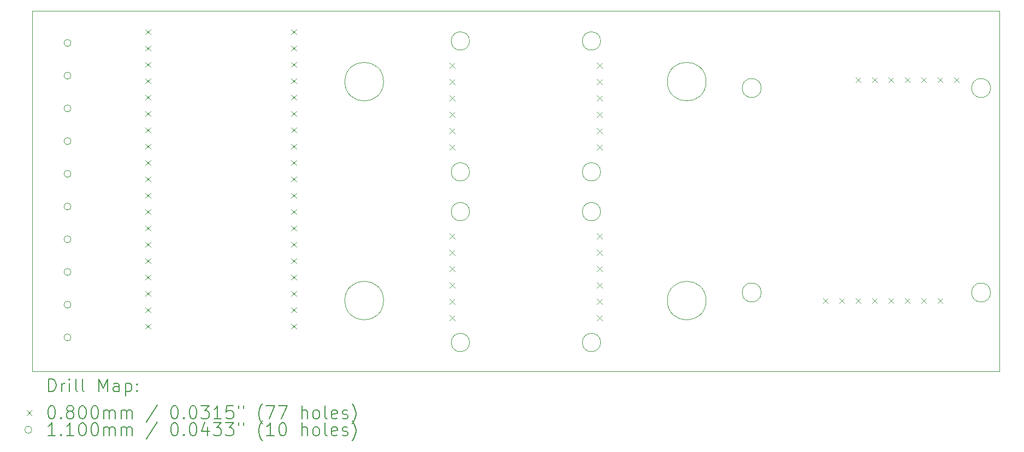
<source format=gbr>
%TF.GenerationSoftware,KiCad,Pcbnew,9.0.0-9.0.0-2~ubuntu24.04.1*%
%TF.CreationDate,2025-04-02T00:55:09+02:00*%
%TF.ProjectId,Sensor_Mount,53656e73-6f72-45f4-9d6f-756e742e6b69,rev?*%
%TF.SameCoordinates,Original*%
%TF.FileFunction,Drillmap*%
%TF.FilePolarity,Positive*%
%FSLAX45Y45*%
G04 Gerber Fmt 4.5, Leading zero omitted, Abs format (unit mm)*
G04 Created by KiCad (PCBNEW 9.0.0-9.0.0-2~ubuntu24.04.1) date 2025-04-02 00:55:09*
%MOMM*%
%LPD*%
G01*
G04 APERTURE LIST*
%ADD10C,0.050000*%
%ADD11C,0.200000*%
%ADD12C,0.100000*%
%ADD13C,0.110000*%
G04 APERTURE END LIST*
D10*
X8300000Y-3600000D02*
X23300000Y-3600000D01*
X23300000Y-9200000D01*
X8300000Y-9200000D01*
X8300000Y-3600000D01*
X18750000Y-4700000D02*
G75*
G02*
X18150000Y-4700000I-300000J0D01*
G01*
X18150000Y-4700000D02*
G75*
G02*
X18750000Y-4700000I300000J0D01*
G01*
X13750000Y-4700000D02*
G75*
G02*
X13150000Y-4700000I-300000J0D01*
G01*
X13150000Y-4700000D02*
G75*
G02*
X13750000Y-4700000I300000J0D01*
G01*
X18750000Y-8100000D02*
G75*
G02*
X18150000Y-8100000I-300000J0D01*
G01*
X18150000Y-8100000D02*
G75*
G02*
X18750000Y-8100000I300000J0D01*
G01*
X13750000Y-8100000D02*
G75*
G02*
X13150000Y-8100000I-300000J0D01*
G01*
X13150000Y-8100000D02*
G75*
G02*
X13750000Y-8100000I300000J0D01*
G01*
X15082990Y-6719000D02*
G75*
G02*
X14799010Y-6719000I-141990J0D01*
G01*
X14799010Y-6719000D02*
G75*
G02*
X15082990Y-6719000I141990J0D01*
G01*
X15082990Y-8751000D02*
G75*
G02*
X14799010Y-8751000I-141990J0D01*
G01*
X14799010Y-8751000D02*
G75*
G02*
X15082990Y-8751000I141990J0D01*
G01*
X17114990Y-6719000D02*
G75*
G02*
X16831010Y-6719000I-141990J0D01*
G01*
X16831010Y-6719000D02*
G75*
G02*
X17114990Y-6719000I141990J0D01*
G01*
X17114990Y-8751000D02*
G75*
G02*
X16831010Y-8751000I-141990J0D01*
G01*
X16831010Y-8751000D02*
G75*
G02*
X17114990Y-8751000I141990J0D01*
G01*
X15082990Y-4069000D02*
G75*
G02*
X14799010Y-4069000I-141990J0D01*
G01*
X14799010Y-4069000D02*
G75*
G02*
X15082990Y-4069000I141990J0D01*
G01*
X15082990Y-6101000D02*
G75*
G02*
X14799010Y-6101000I-141990J0D01*
G01*
X14799010Y-6101000D02*
G75*
G02*
X15082990Y-6101000I141990J0D01*
G01*
X17114990Y-4069000D02*
G75*
G02*
X16831010Y-4069000I-141990J0D01*
G01*
X16831010Y-4069000D02*
G75*
G02*
X17114990Y-4069000I141990J0D01*
G01*
X17114990Y-6101000D02*
G75*
G02*
X16831010Y-6101000I-141990J0D01*
G01*
X16831010Y-6101000D02*
G75*
G02*
X17114990Y-6101000I141990J0D01*
G01*
X19605106Y-4799800D02*
G75*
G02*
X19308894Y-4799800I-148106J0D01*
G01*
X19308894Y-4799800D02*
G75*
G02*
X19605106Y-4799800I148106J0D01*
G01*
X19605106Y-7974800D02*
G75*
G02*
X19308894Y-7974800I-148106J0D01*
G01*
X19308894Y-7974800D02*
G75*
G02*
X19605106Y-7974800I148106J0D01*
G01*
X23161106Y-4799800D02*
G75*
G02*
X22864894Y-4799800I-148106J0D01*
G01*
X22864894Y-4799800D02*
G75*
G02*
X23161106Y-4799800I148106J0D01*
G01*
X23161106Y-7974800D02*
G75*
G02*
X22864894Y-7974800I-148106J0D01*
G01*
X22864894Y-7974800D02*
G75*
G02*
X23161106Y-7974800I148106J0D01*
G01*
D11*
D12*
X10060000Y-3888000D02*
X10140000Y-3968000D01*
X10140000Y-3888000D02*
X10060000Y-3968000D01*
X10060000Y-4142000D02*
X10140000Y-4222000D01*
X10140000Y-4142000D02*
X10060000Y-4222000D01*
X10060000Y-4396000D02*
X10140000Y-4476000D01*
X10140000Y-4396000D02*
X10060000Y-4476000D01*
X10060000Y-4650000D02*
X10140000Y-4730000D01*
X10140000Y-4650000D02*
X10060000Y-4730000D01*
X10060000Y-4904000D02*
X10140000Y-4984000D01*
X10140000Y-4904000D02*
X10060000Y-4984000D01*
X10060000Y-5158000D02*
X10140000Y-5238000D01*
X10140000Y-5158000D02*
X10060000Y-5238000D01*
X10060000Y-5412000D02*
X10140000Y-5492000D01*
X10140000Y-5412000D02*
X10060000Y-5492000D01*
X10060000Y-5666000D02*
X10140000Y-5746000D01*
X10140000Y-5666000D02*
X10060000Y-5746000D01*
X10060000Y-5920000D02*
X10140000Y-6000000D01*
X10140000Y-5920000D02*
X10060000Y-6000000D01*
X10060000Y-6174000D02*
X10140000Y-6254000D01*
X10140000Y-6174000D02*
X10060000Y-6254000D01*
X10060000Y-6428000D02*
X10140000Y-6508000D01*
X10140000Y-6428000D02*
X10060000Y-6508000D01*
X10060000Y-6682000D02*
X10140000Y-6762000D01*
X10140000Y-6682000D02*
X10060000Y-6762000D01*
X10060000Y-6936000D02*
X10140000Y-7016000D01*
X10140000Y-6936000D02*
X10060000Y-7016000D01*
X10060000Y-7190000D02*
X10140000Y-7270000D01*
X10140000Y-7190000D02*
X10060000Y-7270000D01*
X10060000Y-7444000D02*
X10140000Y-7524000D01*
X10140000Y-7444000D02*
X10060000Y-7524000D01*
X10060000Y-7698000D02*
X10140000Y-7778000D01*
X10140000Y-7698000D02*
X10060000Y-7778000D01*
X10060000Y-7952000D02*
X10140000Y-8032000D01*
X10140000Y-7952000D02*
X10060000Y-8032000D01*
X10060000Y-8206000D02*
X10140000Y-8286000D01*
X10140000Y-8206000D02*
X10060000Y-8286000D01*
X10060000Y-8460000D02*
X10140000Y-8540000D01*
X10140000Y-8460000D02*
X10060000Y-8540000D01*
X12320600Y-3888000D02*
X12400600Y-3968000D01*
X12400600Y-3888000D02*
X12320600Y-3968000D01*
X12320600Y-4142000D02*
X12400600Y-4222000D01*
X12400600Y-4142000D02*
X12320600Y-4222000D01*
X12320600Y-4396000D02*
X12400600Y-4476000D01*
X12400600Y-4396000D02*
X12320600Y-4476000D01*
X12320600Y-4650000D02*
X12400600Y-4730000D01*
X12400600Y-4650000D02*
X12320600Y-4730000D01*
X12320600Y-4904000D02*
X12400600Y-4984000D01*
X12400600Y-4904000D02*
X12320600Y-4984000D01*
X12320600Y-5158000D02*
X12400600Y-5238000D01*
X12400600Y-5158000D02*
X12320600Y-5238000D01*
X12320600Y-5412000D02*
X12400600Y-5492000D01*
X12400600Y-5412000D02*
X12320600Y-5492000D01*
X12320600Y-5666000D02*
X12400600Y-5746000D01*
X12400600Y-5666000D02*
X12320600Y-5746000D01*
X12320600Y-5920000D02*
X12400600Y-6000000D01*
X12400600Y-5920000D02*
X12320600Y-6000000D01*
X12320600Y-6174000D02*
X12400600Y-6254000D01*
X12400600Y-6174000D02*
X12320600Y-6254000D01*
X12320600Y-6428000D02*
X12400600Y-6508000D01*
X12400600Y-6428000D02*
X12320600Y-6508000D01*
X12320600Y-6682000D02*
X12400600Y-6762000D01*
X12400600Y-6682000D02*
X12320600Y-6762000D01*
X12320600Y-6936000D02*
X12400600Y-7016000D01*
X12400600Y-6936000D02*
X12320600Y-7016000D01*
X12320600Y-7190000D02*
X12400600Y-7270000D01*
X12400600Y-7190000D02*
X12320600Y-7270000D01*
X12320600Y-7444000D02*
X12400600Y-7524000D01*
X12400600Y-7444000D02*
X12320600Y-7524000D01*
X12320600Y-7698000D02*
X12400600Y-7778000D01*
X12400600Y-7698000D02*
X12320600Y-7778000D01*
X12320600Y-7952000D02*
X12400600Y-8032000D01*
X12400600Y-7952000D02*
X12320600Y-8032000D01*
X12320600Y-8206000D02*
X12400600Y-8286000D01*
X12400600Y-8206000D02*
X12320600Y-8286000D01*
X12320600Y-8460000D02*
X12400600Y-8540000D01*
X12400600Y-8460000D02*
X12320600Y-8540000D01*
X14774000Y-4410000D02*
X14854000Y-4490000D01*
X14854000Y-4410000D02*
X14774000Y-4490000D01*
X14774000Y-4664000D02*
X14854000Y-4744000D01*
X14854000Y-4664000D02*
X14774000Y-4744000D01*
X14774000Y-4918000D02*
X14854000Y-4998000D01*
X14854000Y-4918000D02*
X14774000Y-4998000D01*
X14774000Y-5172000D02*
X14854000Y-5252000D01*
X14854000Y-5172000D02*
X14774000Y-5252000D01*
X14774000Y-5426000D02*
X14854000Y-5506000D01*
X14854000Y-5426000D02*
X14774000Y-5506000D01*
X14774000Y-5680000D02*
X14854000Y-5760000D01*
X14854000Y-5680000D02*
X14774000Y-5760000D01*
X14774000Y-7060000D02*
X14854000Y-7140000D01*
X14854000Y-7060000D02*
X14774000Y-7140000D01*
X14774000Y-7314000D02*
X14854000Y-7394000D01*
X14854000Y-7314000D02*
X14774000Y-7394000D01*
X14774000Y-7568000D02*
X14854000Y-7648000D01*
X14854000Y-7568000D02*
X14774000Y-7648000D01*
X14774000Y-7822000D02*
X14854000Y-7902000D01*
X14854000Y-7822000D02*
X14774000Y-7902000D01*
X14774000Y-8076000D02*
X14854000Y-8156000D01*
X14854000Y-8076000D02*
X14774000Y-8156000D01*
X14774000Y-8330000D02*
X14854000Y-8410000D01*
X14854000Y-8330000D02*
X14774000Y-8410000D01*
X17060000Y-4410000D02*
X17140000Y-4490000D01*
X17140000Y-4410000D02*
X17060000Y-4490000D01*
X17060000Y-4664000D02*
X17140000Y-4744000D01*
X17140000Y-4664000D02*
X17060000Y-4744000D01*
X17060000Y-4918000D02*
X17140000Y-4998000D01*
X17140000Y-4918000D02*
X17060000Y-4998000D01*
X17060000Y-5172000D02*
X17140000Y-5252000D01*
X17140000Y-5172000D02*
X17060000Y-5252000D01*
X17060000Y-5426000D02*
X17140000Y-5506000D01*
X17140000Y-5426000D02*
X17060000Y-5506000D01*
X17060000Y-5680000D02*
X17140000Y-5760000D01*
X17140000Y-5680000D02*
X17060000Y-5760000D01*
X17060000Y-7060000D02*
X17140000Y-7140000D01*
X17140000Y-7060000D02*
X17060000Y-7140000D01*
X17060000Y-7314000D02*
X17140000Y-7394000D01*
X17140000Y-7314000D02*
X17060000Y-7394000D01*
X17060000Y-7568000D02*
X17140000Y-7648000D01*
X17140000Y-7568000D02*
X17060000Y-7648000D01*
X17060000Y-7822000D02*
X17140000Y-7902000D01*
X17140000Y-7822000D02*
X17060000Y-7902000D01*
X17060000Y-8076000D02*
X17140000Y-8156000D01*
X17140000Y-8076000D02*
X17060000Y-8156000D01*
X17060000Y-8330000D02*
X17140000Y-8410000D01*
X17140000Y-8330000D02*
X17060000Y-8410000D01*
X20560000Y-8061800D02*
X20640000Y-8141800D01*
X20640000Y-8061800D02*
X20560000Y-8141800D01*
X20814000Y-8061800D02*
X20894000Y-8141800D01*
X20894000Y-8061800D02*
X20814000Y-8141800D01*
X21068000Y-4632800D02*
X21148000Y-4712800D01*
X21148000Y-4632800D02*
X21068000Y-4712800D01*
X21068000Y-8061800D02*
X21148000Y-8141800D01*
X21148000Y-8061800D02*
X21068000Y-8141800D01*
X21322000Y-4632800D02*
X21402000Y-4712800D01*
X21402000Y-4632800D02*
X21322000Y-4712800D01*
X21322000Y-8061800D02*
X21402000Y-8141800D01*
X21402000Y-8061800D02*
X21322000Y-8141800D01*
X21576000Y-4632800D02*
X21656000Y-4712800D01*
X21656000Y-4632800D02*
X21576000Y-4712800D01*
X21576000Y-8061800D02*
X21656000Y-8141800D01*
X21656000Y-8061800D02*
X21576000Y-8141800D01*
X21830000Y-4632800D02*
X21910000Y-4712800D01*
X21910000Y-4632800D02*
X21830000Y-4712800D01*
X21830000Y-8061800D02*
X21910000Y-8141800D01*
X21910000Y-8061800D02*
X21830000Y-8141800D01*
X22084000Y-4632800D02*
X22164000Y-4712800D01*
X22164000Y-4632800D02*
X22084000Y-4712800D01*
X22084000Y-8061800D02*
X22164000Y-8141800D01*
X22164000Y-8061800D02*
X22084000Y-8141800D01*
X22338000Y-4632800D02*
X22418000Y-4712800D01*
X22418000Y-4632800D02*
X22338000Y-4712800D01*
X22338000Y-8061800D02*
X22418000Y-8141800D01*
X22418000Y-8061800D02*
X22338000Y-8141800D01*
X22592000Y-4632800D02*
X22672000Y-4712800D01*
X22672000Y-4632800D02*
X22592000Y-4712800D01*
D13*
X8905000Y-4100000D02*
G75*
G02*
X8795000Y-4100000I-55000J0D01*
G01*
X8795000Y-4100000D02*
G75*
G02*
X8905000Y-4100000I55000J0D01*
G01*
X8905000Y-4608000D02*
G75*
G02*
X8795000Y-4608000I-55000J0D01*
G01*
X8795000Y-4608000D02*
G75*
G02*
X8905000Y-4608000I55000J0D01*
G01*
X8905000Y-5116000D02*
G75*
G02*
X8795000Y-5116000I-55000J0D01*
G01*
X8795000Y-5116000D02*
G75*
G02*
X8905000Y-5116000I55000J0D01*
G01*
X8905000Y-5624000D02*
G75*
G02*
X8795000Y-5624000I-55000J0D01*
G01*
X8795000Y-5624000D02*
G75*
G02*
X8905000Y-5624000I55000J0D01*
G01*
X8905000Y-6132000D02*
G75*
G02*
X8795000Y-6132000I-55000J0D01*
G01*
X8795000Y-6132000D02*
G75*
G02*
X8905000Y-6132000I55000J0D01*
G01*
X8905000Y-6640000D02*
G75*
G02*
X8795000Y-6640000I-55000J0D01*
G01*
X8795000Y-6640000D02*
G75*
G02*
X8905000Y-6640000I55000J0D01*
G01*
X8905000Y-7148000D02*
G75*
G02*
X8795000Y-7148000I-55000J0D01*
G01*
X8795000Y-7148000D02*
G75*
G02*
X8905000Y-7148000I55000J0D01*
G01*
X8905000Y-7656000D02*
G75*
G02*
X8795000Y-7656000I-55000J0D01*
G01*
X8795000Y-7656000D02*
G75*
G02*
X8905000Y-7656000I55000J0D01*
G01*
X8905000Y-8164000D02*
G75*
G02*
X8795000Y-8164000I-55000J0D01*
G01*
X8795000Y-8164000D02*
G75*
G02*
X8905000Y-8164000I55000J0D01*
G01*
X8905000Y-8672000D02*
G75*
G02*
X8795000Y-8672000I-55000J0D01*
G01*
X8795000Y-8672000D02*
G75*
G02*
X8905000Y-8672000I55000J0D01*
G01*
D11*
X8558277Y-9513984D02*
X8558277Y-9313984D01*
X8558277Y-9313984D02*
X8605896Y-9313984D01*
X8605896Y-9313984D02*
X8634467Y-9323508D01*
X8634467Y-9323508D02*
X8653515Y-9342555D01*
X8653515Y-9342555D02*
X8663039Y-9361603D01*
X8663039Y-9361603D02*
X8672563Y-9399698D01*
X8672563Y-9399698D02*
X8672563Y-9428270D01*
X8672563Y-9428270D02*
X8663039Y-9466365D01*
X8663039Y-9466365D02*
X8653515Y-9485412D01*
X8653515Y-9485412D02*
X8634467Y-9504460D01*
X8634467Y-9504460D02*
X8605896Y-9513984D01*
X8605896Y-9513984D02*
X8558277Y-9513984D01*
X8758277Y-9513984D02*
X8758277Y-9380650D01*
X8758277Y-9418746D02*
X8767801Y-9399698D01*
X8767801Y-9399698D02*
X8777324Y-9390174D01*
X8777324Y-9390174D02*
X8796372Y-9380650D01*
X8796372Y-9380650D02*
X8815420Y-9380650D01*
X8882086Y-9513984D02*
X8882086Y-9380650D01*
X8882086Y-9313984D02*
X8872563Y-9323508D01*
X8872563Y-9323508D02*
X8882086Y-9333031D01*
X8882086Y-9333031D02*
X8891610Y-9323508D01*
X8891610Y-9323508D02*
X8882086Y-9313984D01*
X8882086Y-9313984D02*
X8882086Y-9333031D01*
X9005896Y-9513984D02*
X8986848Y-9504460D01*
X8986848Y-9504460D02*
X8977324Y-9485412D01*
X8977324Y-9485412D02*
X8977324Y-9313984D01*
X9110658Y-9513984D02*
X9091610Y-9504460D01*
X9091610Y-9504460D02*
X9082086Y-9485412D01*
X9082086Y-9485412D02*
X9082086Y-9313984D01*
X9339229Y-9513984D02*
X9339229Y-9313984D01*
X9339229Y-9313984D02*
X9405896Y-9456841D01*
X9405896Y-9456841D02*
X9472563Y-9313984D01*
X9472563Y-9313984D02*
X9472563Y-9513984D01*
X9653515Y-9513984D02*
X9653515Y-9409222D01*
X9653515Y-9409222D02*
X9643991Y-9390174D01*
X9643991Y-9390174D02*
X9624944Y-9380650D01*
X9624944Y-9380650D02*
X9586848Y-9380650D01*
X9586848Y-9380650D02*
X9567801Y-9390174D01*
X9653515Y-9504460D02*
X9634467Y-9513984D01*
X9634467Y-9513984D02*
X9586848Y-9513984D01*
X9586848Y-9513984D02*
X9567801Y-9504460D01*
X9567801Y-9504460D02*
X9558277Y-9485412D01*
X9558277Y-9485412D02*
X9558277Y-9466365D01*
X9558277Y-9466365D02*
X9567801Y-9447317D01*
X9567801Y-9447317D02*
X9586848Y-9437793D01*
X9586848Y-9437793D02*
X9634467Y-9437793D01*
X9634467Y-9437793D02*
X9653515Y-9428270D01*
X9748753Y-9380650D02*
X9748753Y-9580650D01*
X9748753Y-9390174D02*
X9767801Y-9380650D01*
X9767801Y-9380650D02*
X9805896Y-9380650D01*
X9805896Y-9380650D02*
X9824944Y-9390174D01*
X9824944Y-9390174D02*
X9834467Y-9399698D01*
X9834467Y-9399698D02*
X9843991Y-9418746D01*
X9843991Y-9418746D02*
X9843991Y-9475889D01*
X9843991Y-9475889D02*
X9834467Y-9494936D01*
X9834467Y-9494936D02*
X9824944Y-9504460D01*
X9824944Y-9504460D02*
X9805896Y-9513984D01*
X9805896Y-9513984D02*
X9767801Y-9513984D01*
X9767801Y-9513984D02*
X9748753Y-9504460D01*
X9929705Y-9494936D02*
X9939229Y-9504460D01*
X9939229Y-9504460D02*
X9929705Y-9513984D01*
X9929705Y-9513984D02*
X9920182Y-9504460D01*
X9920182Y-9504460D02*
X9929705Y-9494936D01*
X9929705Y-9494936D02*
X9929705Y-9513984D01*
X9929705Y-9390174D02*
X9939229Y-9399698D01*
X9939229Y-9399698D02*
X9929705Y-9409222D01*
X9929705Y-9409222D02*
X9920182Y-9399698D01*
X9920182Y-9399698D02*
X9929705Y-9390174D01*
X9929705Y-9390174D02*
X9929705Y-9409222D01*
D12*
X8217500Y-9802500D02*
X8297500Y-9882500D01*
X8297500Y-9802500D02*
X8217500Y-9882500D01*
D11*
X8596372Y-9733984D02*
X8615420Y-9733984D01*
X8615420Y-9733984D02*
X8634467Y-9743508D01*
X8634467Y-9743508D02*
X8643991Y-9753031D01*
X8643991Y-9753031D02*
X8653515Y-9772079D01*
X8653515Y-9772079D02*
X8663039Y-9810174D01*
X8663039Y-9810174D02*
X8663039Y-9857793D01*
X8663039Y-9857793D02*
X8653515Y-9895889D01*
X8653515Y-9895889D02*
X8643991Y-9914936D01*
X8643991Y-9914936D02*
X8634467Y-9924460D01*
X8634467Y-9924460D02*
X8615420Y-9933984D01*
X8615420Y-9933984D02*
X8596372Y-9933984D01*
X8596372Y-9933984D02*
X8577324Y-9924460D01*
X8577324Y-9924460D02*
X8567801Y-9914936D01*
X8567801Y-9914936D02*
X8558277Y-9895889D01*
X8558277Y-9895889D02*
X8548753Y-9857793D01*
X8548753Y-9857793D02*
X8548753Y-9810174D01*
X8548753Y-9810174D02*
X8558277Y-9772079D01*
X8558277Y-9772079D02*
X8567801Y-9753031D01*
X8567801Y-9753031D02*
X8577324Y-9743508D01*
X8577324Y-9743508D02*
X8596372Y-9733984D01*
X8748753Y-9914936D02*
X8758277Y-9924460D01*
X8758277Y-9924460D02*
X8748753Y-9933984D01*
X8748753Y-9933984D02*
X8739229Y-9924460D01*
X8739229Y-9924460D02*
X8748753Y-9914936D01*
X8748753Y-9914936D02*
X8748753Y-9933984D01*
X8872563Y-9819698D02*
X8853515Y-9810174D01*
X8853515Y-9810174D02*
X8843991Y-9800650D01*
X8843991Y-9800650D02*
X8834467Y-9781603D01*
X8834467Y-9781603D02*
X8834467Y-9772079D01*
X8834467Y-9772079D02*
X8843991Y-9753031D01*
X8843991Y-9753031D02*
X8853515Y-9743508D01*
X8853515Y-9743508D02*
X8872563Y-9733984D01*
X8872563Y-9733984D02*
X8910658Y-9733984D01*
X8910658Y-9733984D02*
X8929705Y-9743508D01*
X8929705Y-9743508D02*
X8939229Y-9753031D01*
X8939229Y-9753031D02*
X8948753Y-9772079D01*
X8948753Y-9772079D02*
X8948753Y-9781603D01*
X8948753Y-9781603D02*
X8939229Y-9800650D01*
X8939229Y-9800650D02*
X8929705Y-9810174D01*
X8929705Y-9810174D02*
X8910658Y-9819698D01*
X8910658Y-9819698D02*
X8872563Y-9819698D01*
X8872563Y-9819698D02*
X8853515Y-9829222D01*
X8853515Y-9829222D02*
X8843991Y-9838746D01*
X8843991Y-9838746D02*
X8834467Y-9857793D01*
X8834467Y-9857793D02*
X8834467Y-9895889D01*
X8834467Y-9895889D02*
X8843991Y-9914936D01*
X8843991Y-9914936D02*
X8853515Y-9924460D01*
X8853515Y-9924460D02*
X8872563Y-9933984D01*
X8872563Y-9933984D02*
X8910658Y-9933984D01*
X8910658Y-9933984D02*
X8929705Y-9924460D01*
X8929705Y-9924460D02*
X8939229Y-9914936D01*
X8939229Y-9914936D02*
X8948753Y-9895889D01*
X8948753Y-9895889D02*
X8948753Y-9857793D01*
X8948753Y-9857793D02*
X8939229Y-9838746D01*
X8939229Y-9838746D02*
X8929705Y-9829222D01*
X8929705Y-9829222D02*
X8910658Y-9819698D01*
X9072563Y-9733984D02*
X9091610Y-9733984D01*
X9091610Y-9733984D02*
X9110658Y-9743508D01*
X9110658Y-9743508D02*
X9120182Y-9753031D01*
X9120182Y-9753031D02*
X9129705Y-9772079D01*
X9129705Y-9772079D02*
X9139229Y-9810174D01*
X9139229Y-9810174D02*
X9139229Y-9857793D01*
X9139229Y-9857793D02*
X9129705Y-9895889D01*
X9129705Y-9895889D02*
X9120182Y-9914936D01*
X9120182Y-9914936D02*
X9110658Y-9924460D01*
X9110658Y-9924460D02*
X9091610Y-9933984D01*
X9091610Y-9933984D02*
X9072563Y-9933984D01*
X9072563Y-9933984D02*
X9053515Y-9924460D01*
X9053515Y-9924460D02*
X9043991Y-9914936D01*
X9043991Y-9914936D02*
X9034467Y-9895889D01*
X9034467Y-9895889D02*
X9024944Y-9857793D01*
X9024944Y-9857793D02*
X9024944Y-9810174D01*
X9024944Y-9810174D02*
X9034467Y-9772079D01*
X9034467Y-9772079D02*
X9043991Y-9753031D01*
X9043991Y-9753031D02*
X9053515Y-9743508D01*
X9053515Y-9743508D02*
X9072563Y-9733984D01*
X9263039Y-9733984D02*
X9282086Y-9733984D01*
X9282086Y-9733984D02*
X9301134Y-9743508D01*
X9301134Y-9743508D02*
X9310658Y-9753031D01*
X9310658Y-9753031D02*
X9320182Y-9772079D01*
X9320182Y-9772079D02*
X9329705Y-9810174D01*
X9329705Y-9810174D02*
X9329705Y-9857793D01*
X9329705Y-9857793D02*
X9320182Y-9895889D01*
X9320182Y-9895889D02*
X9310658Y-9914936D01*
X9310658Y-9914936D02*
X9301134Y-9924460D01*
X9301134Y-9924460D02*
X9282086Y-9933984D01*
X9282086Y-9933984D02*
X9263039Y-9933984D01*
X9263039Y-9933984D02*
X9243991Y-9924460D01*
X9243991Y-9924460D02*
X9234467Y-9914936D01*
X9234467Y-9914936D02*
X9224944Y-9895889D01*
X9224944Y-9895889D02*
X9215420Y-9857793D01*
X9215420Y-9857793D02*
X9215420Y-9810174D01*
X9215420Y-9810174D02*
X9224944Y-9772079D01*
X9224944Y-9772079D02*
X9234467Y-9753031D01*
X9234467Y-9753031D02*
X9243991Y-9743508D01*
X9243991Y-9743508D02*
X9263039Y-9733984D01*
X9415420Y-9933984D02*
X9415420Y-9800650D01*
X9415420Y-9819698D02*
X9424944Y-9810174D01*
X9424944Y-9810174D02*
X9443991Y-9800650D01*
X9443991Y-9800650D02*
X9472563Y-9800650D01*
X9472563Y-9800650D02*
X9491610Y-9810174D01*
X9491610Y-9810174D02*
X9501134Y-9829222D01*
X9501134Y-9829222D02*
X9501134Y-9933984D01*
X9501134Y-9829222D02*
X9510658Y-9810174D01*
X9510658Y-9810174D02*
X9529705Y-9800650D01*
X9529705Y-9800650D02*
X9558277Y-9800650D01*
X9558277Y-9800650D02*
X9577325Y-9810174D01*
X9577325Y-9810174D02*
X9586848Y-9829222D01*
X9586848Y-9829222D02*
X9586848Y-9933984D01*
X9682086Y-9933984D02*
X9682086Y-9800650D01*
X9682086Y-9819698D02*
X9691610Y-9810174D01*
X9691610Y-9810174D02*
X9710658Y-9800650D01*
X9710658Y-9800650D02*
X9739229Y-9800650D01*
X9739229Y-9800650D02*
X9758277Y-9810174D01*
X9758277Y-9810174D02*
X9767801Y-9829222D01*
X9767801Y-9829222D02*
X9767801Y-9933984D01*
X9767801Y-9829222D02*
X9777325Y-9810174D01*
X9777325Y-9810174D02*
X9796372Y-9800650D01*
X9796372Y-9800650D02*
X9824944Y-9800650D01*
X9824944Y-9800650D02*
X9843991Y-9810174D01*
X9843991Y-9810174D02*
X9853515Y-9829222D01*
X9853515Y-9829222D02*
X9853515Y-9933984D01*
X10243991Y-9724460D02*
X10072563Y-9981603D01*
X10501134Y-9733984D02*
X10520182Y-9733984D01*
X10520182Y-9733984D02*
X10539229Y-9743508D01*
X10539229Y-9743508D02*
X10548753Y-9753031D01*
X10548753Y-9753031D02*
X10558277Y-9772079D01*
X10558277Y-9772079D02*
X10567801Y-9810174D01*
X10567801Y-9810174D02*
X10567801Y-9857793D01*
X10567801Y-9857793D02*
X10558277Y-9895889D01*
X10558277Y-9895889D02*
X10548753Y-9914936D01*
X10548753Y-9914936D02*
X10539229Y-9924460D01*
X10539229Y-9924460D02*
X10520182Y-9933984D01*
X10520182Y-9933984D02*
X10501134Y-9933984D01*
X10501134Y-9933984D02*
X10482087Y-9924460D01*
X10482087Y-9924460D02*
X10472563Y-9914936D01*
X10472563Y-9914936D02*
X10463039Y-9895889D01*
X10463039Y-9895889D02*
X10453515Y-9857793D01*
X10453515Y-9857793D02*
X10453515Y-9810174D01*
X10453515Y-9810174D02*
X10463039Y-9772079D01*
X10463039Y-9772079D02*
X10472563Y-9753031D01*
X10472563Y-9753031D02*
X10482087Y-9743508D01*
X10482087Y-9743508D02*
X10501134Y-9733984D01*
X10653515Y-9914936D02*
X10663039Y-9924460D01*
X10663039Y-9924460D02*
X10653515Y-9933984D01*
X10653515Y-9933984D02*
X10643991Y-9924460D01*
X10643991Y-9924460D02*
X10653515Y-9914936D01*
X10653515Y-9914936D02*
X10653515Y-9933984D01*
X10786848Y-9733984D02*
X10805896Y-9733984D01*
X10805896Y-9733984D02*
X10824944Y-9743508D01*
X10824944Y-9743508D02*
X10834468Y-9753031D01*
X10834468Y-9753031D02*
X10843991Y-9772079D01*
X10843991Y-9772079D02*
X10853515Y-9810174D01*
X10853515Y-9810174D02*
X10853515Y-9857793D01*
X10853515Y-9857793D02*
X10843991Y-9895889D01*
X10843991Y-9895889D02*
X10834468Y-9914936D01*
X10834468Y-9914936D02*
X10824944Y-9924460D01*
X10824944Y-9924460D02*
X10805896Y-9933984D01*
X10805896Y-9933984D02*
X10786848Y-9933984D01*
X10786848Y-9933984D02*
X10767801Y-9924460D01*
X10767801Y-9924460D02*
X10758277Y-9914936D01*
X10758277Y-9914936D02*
X10748753Y-9895889D01*
X10748753Y-9895889D02*
X10739229Y-9857793D01*
X10739229Y-9857793D02*
X10739229Y-9810174D01*
X10739229Y-9810174D02*
X10748753Y-9772079D01*
X10748753Y-9772079D02*
X10758277Y-9753031D01*
X10758277Y-9753031D02*
X10767801Y-9743508D01*
X10767801Y-9743508D02*
X10786848Y-9733984D01*
X10920182Y-9733984D02*
X11043991Y-9733984D01*
X11043991Y-9733984D02*
X10977325Y-9810174D01*
X10977325Y-9810174D02*
X11005896Y-9810174D01*
X11005896Y-9810174D02*
X11024944Y-9819698D01*
X11024944Y-9819698D02*
X11034468Y-9829222D01*
X11034468Y-9829222D02*
X11043991Y-9848270D01*
X11043991Y-9848270D02*
X11043991Y-9895889D01*
X11043991Y-9895889D02*
X11034468Y-9914936D01*
X11034468Y-9914936D02*
X11024944Y-9924460D01*
X11024944Y-9924460D02*
X11005896Y-9933984D01*
X11005896Y-9933984D02*
X10948753Y-9933984D01*
X10948753Y-9933984D02*
X10929706Y-9924460D01*
X10929706Y-9924460D02*
X10920182Y-9914936D01*
X11234467Y-9933984D02*
X11120182Y-9933984D01*
X11177325Y-9933984D02*
X11177325Y-9733984D01*
X11177325Y-9733984D02*
X11158277Y-9762555D01*
X11158277Y-9762555D02*
X11139229Y-9781603D01*
X11139229Y-9781603D02*
X11120182Y-9791127D01*
X11415420Y-9733984D02*
X11320182Y-9733984D01*
X11320182Y-9733984D02*
X11310658Y-9829222D01*
X11310658Y-9829222D02*
X11320182Y-9819698D01*
X11320182Y-9819698D02*
X11339229Y-9810174D01*
X11339229Y-9810174D02*
X11386848Y-9810174D01*
X11386848Y-9810174D02*
X11405896Y-9819698D01*
X11405896Y-9819698D02*
X11415420Y-9829222D01*
X11415420Y-9829222D02*
X11424944Y-9848270D01*
X11424944Y-9848270D02*
X11424944Y-9895889D01*
X11424944Y-9895889D02*
X11415420Y-9914936D01*
X11415420Y-9914936D02*
X11405896Y-9924460D01*
X11405896Y-9924460D02*
X11386848Y-9933984D01*
X11386848Y-9933984D02*
X11339229Y-9933984D01*
X11339229Y-9933984D02*
X11320182Y-9924460D01*
X11320182Y-9924460D02*
X11310658Y-9914936D01*
X11501134Y-9733984D02*
X11501134Y-9772079D01*
X11577325Y-9733984D02*
X11577325Y-9772079D01*
X11872563Y-10010174D02*
X11863039Y-10000650D01*
X11863039Y-10000650D02*
X11843991Y-9972079D01*
X11843991Y-9972079D02*
X11834468Y-9953031D01*
X11834468Y-9953031D02*
X11824944Y-9924460D01*
X11824944Y-9924460D02*
X11815420Y-9876841D01*
X11815420Y-9876841D02*
X11815420Y-9838746D01*
X11815420Y-9838746D02*
X11824944Y-9791127D01*
X11824944Y-9791127D02*
X11834468Y-9762555D01*
X11834468Y-9762555D02*
X11843991Y-9743508D01*
X11843991Y-9743508D02*
X11863039Y-9714936D01*
X11863039Y-9714936D02*
X11872563Y-9705412D01*
X11929706Y-9733984D02*
X12063039Y-9733984D01*
X12063039Y-9733984D02*
X11977325Y-9933984D01*
X12120182Y-9733984D02*
X12253515Y-9733984D01*
X12253515Y-9733984D02*
X12167801Y-9933984D01*
X12482087Y-9933984D02*
X12482087Y-9733984D01*
X12567801Y-9933984D02*
X12567801Y-9829222D01*
X12567801Y-9829222D02*
X12558277Y-9810174D01*
X12558277Y-9810174D02*
X12539230Y-9800650D01*
X12539230Y-9800650D02*
X12510658Y-9800650D01*
X12510658Y-9800650D02*
X12491610Y-9810174D01*
X12491610Y-9810174D02*
X12482087Y-9819698D01*
X12691610Y-9933984D02*
X12672563Y-9924460D01*
X12672563Y-9924460D02*
X12663039Y-9914936D01*
X12663039Y-9914936D02*
X12653515Y-9895889D01*
X12653515Y-9895889D02*
X12653515Y-9838746D01*
X12653515Y-9838746D02*
X12663039Y-9819698D01*
X12663039Y-9819698D02*
X12672563Y-9810174D01*
X12672563Y-9810174D02*
X12691610Y-9800650D01*
X12691610Y-9800650D02*
X12720182Y-9800650D01*
X12720182Y-9800650D02*
X12739230Y-9810174D01*
X12739230Y-9810174D02*
X12748753Y-9819698D01*
X12748753Y-9819698D02*
X12758277Y-9838746D01*
X12758277Y-9838746D02*
X12758277Y-9895889D01*
X12758277Y-9895889D02*
X12748753Y-9914936D01*
X12748753Y-9914936D02*
X12739230Y-9924460D01*
X12739230Y-9924460D02*
X12720182Y-9933984D01*
X12720182Y-9933984D02*
X12691610Y-9933984D01*
X12872563Y-9933984D02*
X12853515Y-9924460D01*
X12853515Y-9924460D02*
X12843991Y-9905412D01*
X12843991Y-9905412D02*
X12843991Y-9733984D01*
X13024944Y-9924460D02*
X13005896Y-9933984D01*
X13005896Y-9933984D02*
X12967801Y-9933984D01*
X12967801Y-9933984D02*
X12948753Y-9924460D01*
X12948753Y-9924460D02*
X12939230Y-9905412D01*
X12939230Y-9905412D02*
X12939230Y-9829222D01*
X12939230Y-9829222D02*
X12948753Y-9810174D01*
X12948753Y-9810174D02*
X12967801Y-9800650D01*
X12967801Y-9800650D02*
X13005896Y-9800650D01*
X13005896Y-9800650D02*
X13024944Y-9810174D01*
X13024944Y-9810174D02*
X13034468Y-9829222D01*
X13034468Y-9829222D02*
X13034468Y-9848270D01*
X13034468Y-9848270D02*
X12939230Y-9867317D01*
X13110658Y-9924460D02*
X13129706Y-9933984D01*
X13129706Y-9933984D02*
X13167801Y-9933984D01*
X13167801Y-9933984D02*
X13186849Y-9924460D01*
X13186849Y-9924460D02*
X13196372Y-9905412D01*
X13196372Y-9905412D02*
X13196372Y-9895889D01*
X13196372Y-9895889D02*
X13186849Y-9876841D01*
X13186849Y-9876841D02*
X13167801Y-9867317D01*
X13167801Y-9867317D02*
X13139230Y-9867317D01*
X13139230Y-9867317D02*
X13120182Y-9857793D01*
X13120182Y-9857793D02*
X13110658Y-9838746D01*
X13110658Y-9838746D02*
X13110658Y-9829222D01*
X13110658Y-9829222D02*
X13120182Y-9810174D01*
X13120182Y-9810174D02*
X13139230Y-9800650D01*
X13139230Y-9800650D02*
X13167801Y-9800650D01*
X13167801Y-9800650D02*
X13186849Y-9810174D01*
X13263039Y-10010174D02*
X13272563Y-10000650D01*
X13272563Y-10000650D02*
X13291611Y-9972079D01*
X13291611Y-9972079D02*
X13301134Y-9953031D01*
X13301134Y-9953031D02*
X13310658Y-9924460D01*
X13310658Y-9924460D02*
X13320182Y-9876841D01*
X13320182Y-9876841D02*
X13320182Y-9838746D01*
X13320182Y-9838746D02*
X13310658Y-9791127D01*
X13310658Y-9791127D02*
X13301134Y-9762555D01*
X13301134Y-9762555D02*
X13291611Y-9743508D01*
X13291611Y-9743508D02*
X13272563Y-9714936D01*
X13272563Y-9714936D02*
X13263039Y-9705412D01*
D13*
X8297500Y-10106500D02*
G75*
G02*
X8187500Y-10106500I-55000J0D01*
G01*
X8187500Y-10106500D02*
G75*
G02*
X8297500Y-10106500I55000J0D01*
G01*
D11*
X8663039Y-10197984D02*
X8548753Y-10197984D01*
X8605896Y-10197984D02*
X8605896Y-9997984D01*
X8605896Y-9997984D02*
X8586848Y-10026555D01*
X8586848Y-10026555D02*
X8567801Y-10045603D01*
X8567801Y-10045603D02*
X8548753Y-10055127D01*
X8748753Y-10178936D02*
X8758277Y-10188460D01*
X8758277Y-10188460D02*
X8748753Y-10197984D01*
X8748753Y-10197984D02*
X8739229Y-10188460D01*
X8739229Y-10188460D02*
X8748753Y-10178936D01*
X8748753Y-10178936D02*
X8748753Y-10197984D01*
X8948753Y-10197984D02*
X8834467Y-10197984D01*
X8891610Y-10197984D02*
X8891610Y-9997984D01*
X8891610Y-9997984D02*
X8872563Y-10026555D01*
X8872563Y-10026555D02*
X8853515Y-10045603D01*
X8853515Y-10045603D02*
X8834467Y-10055127D01*
X9072563Y-9997984D02*
X9091610Y-9997984D01*
X9091610Y-9997984D02*
X9110658Y-10007508D01*
X9110658Y-10007508D02*
X9120182Y-10017031D01*
X9120182Y-10017031D02*
X9129705Y-10036079D01*
X9129705Y-10036079D02*
X9139229Y-10074174D01*
X9139229Y-10074174D02*
X9139229Y-10121793D01*
X9139229Y-10121793D02*
X9129705Y-10159889D01*
X9129705Y-10159889D02*
X9120182Y-10178936D01*
X9120182Y-10178936D02*
X9110658Y-10188460D01*
X9110658Y-10188460D02*
X9091610Y-10197984D01*
X9091610Y-10197984D02*
X9072563Y-10197984D01*
X9072563Y-10197984D02*
X9053515Y-10188460D01*
X9053515Y-10188460D02*
X9043991Y-10178936D01*
X9043991Y-10178936D02*
X9034467Y-10159889D01*
X9034467Y-10159889D02*
X9024944Y-10121793D01*
X9024944Y-10121793D02*
X9024944Y-10074174D01*
X9024944Y-10074174D02*
X9034467Y-10036079D01*
X9034467Y-10036079D02*
X9043991Y-10017031D01*
X9043991Y-10017031D02*
X9053515Y-10007508D01*
X9053515Y-10007508D02*
X9072563Y-9997984D01*
X9263039Y-9997984D02*
X9282086Y-9997984D01*
X9282086Y-9997984D02*
X9301134Y-10007508D01*
X9301134Y-10007508D02*
X9310658Y-10017031D01*
X9310658Y-10017031D02*
X9320182Y-10036079D01*
X9320182Y-10036079D02*
X9329705Y-10074174D01*
X9329705Y-10074174D02*
X9329705Y-10121793D01*
X9329705Y-10121793D02*
X9320182Y-10159889D01*
X9320182Y-10159889D02*
X9310658Y-10178936D01*
X9310658Y-10178936D02*
X9301134Y-10188460D01*
X9301134Y-10188460D02*
X9282086Y-10197984D01*
X9282086Y-10197984D02*
X9263039Y-10197984D01*
X9263039Y-10197984D02*
X9243991Y-10188460D01*
X9243991Y-10188460D02*
X9234467Y-10178936D01*
X9234467Y-10178936D02*
X9224944Y-10159889D01*
X9224944Y-10159889D02*
X9215420Y-10121793D01*
X9215420Y-10121793D02*
X9215420Y-10074174D01*
X9215420Y-10074174D02*
X9224944Y-10036079D01*
X9224944Y-10036079D02*
X9234467Y-10017031D01*
X9234467Y-10017031D02*
X9243991Y-10007508D01*
X9243991Y-10007508D02*
X9263039Y-9997984D01*
X9415420Y-10197984D02*
X9415420Y-10064650D01*
X9415420Y-10083698D02*
X9424944Y-10074174D01*
X9424944Y-10074174D02*
X9443991Y-10064650D01*
X9443991Y-10064650D02*
X9472563Y-10064650D01*
X9472563Y-10064650D02*
X9491610Y-10074174D01*
X9491610Y-10074174D02*
X9501134Y-10093222D01*
X9501134Y-10093222D02*
X9501134Y-10197984D01*
X9501134Y-10093222D02*
X9510658Y-10074174D01*
X9510658Y-10074174D02*
X9529705Y-10064650D01*
X9529705Y-10064650D02*
X9558277Y-10064650D01*
X9558277Y-10064650D02*
X9577325Y-10074174D01*
X9577325Y-10074174D02*
X9586848Y-10093222D01*
X9586848Y-10093222D02*
X9586848Y-10197984D01*
X9682086Y-10197984D02*
X9682086Y-10064650D01*
X9682086Y-10083698D02*
X9691610Y-10074174D01*
X9691610Y-10074174D02*
X9710658Y-10064650D01*
X9710658Y-10064650D02*
X9739229Y-10064650D01*
X9739229Y-10064650D02*
X9758277Y-10074174D01*
X9758277Y-10074174D02*
X9767801Y-10093222D01*
X9767801Y-10093222D02*
X9767801Y-10197984D01*
X9767801Y-10093222D02*
X9777325Y-10074174D01*
X9777325Y-10074174D02*
X9796372Y-10064650D01*
X9796372Y-10064650D02*
X9824944Y-10064650D01*
X9824944Y-10064650D02*
X9843991Y-10074174D01*
X9843991Y-10074174D02*
X9853515Y-10093222D01*
X9853515Y-10093222D02*
X9853515Y-10197984D01*
X10243991Y-9988460D02*
X10072563Y-10245603D01*
X10501134Y-9997984D02*
X10520182Y-9997984D01*
X10520182Y-9997984D02*
X10539229Y-10007508D01*
X10539229Y-10007508D02*
X10548753Y-10017031D01*
X10548753Y-10017031D02*
X10558277Y-10036079D01*
X10558277Y-10036079D02*
X10567801Y-10074174D01*
X10567801Y-10074174D02*
X10567801Y-10121793D01*
X10567801Y-10121793D02*
X10558277Y-10159889D01*
X10558277Y-10159889D02*
X10548753Y-10178936D01*
X10548753Y-10178936D02*
X10539229Y-10188460D01*
X10539229Y-10188460D02*
X10520182Y-10197984D01*
X10520182Y-10197984D02*
X10501134Y-10197984D01*
X10501134Y-10197984D02*
X10482087Y-10188460D01*
X10482087Y-10188460D02*
X10472563Y-10178936D01*
X10472563Y-10178936D02*
X10463039Y-10159889D01*
X10463039Y-10159889D02*
X10453515Y-10121793D01*
X10453515Y-10121793D02*
X10453515Y-10074174D01*
X10453515Y-10074174D02*
X10463039Y-10036079D01*
X10463039Y-10036079D02*
X10472563Y-10017031D01*
X10472563Y-10017031D02*
X10482087Y-10007508D01*
X10482087Y-10007508D02*
X10501134Y-9997984D01*
X10653515Y-10178936D02*
X10663039Y-10188460D01*
X10663039Y-10188460D02*
X10653515Y-10197984D01*
X10653515Y-10197984D02*
X10643991Y-10188460D01*
X10643991Y-10188460D02*
X10653515Y-10178936D01*
X10653515Y-10178936D02*
X10653515Y-10197984D01*
X10786848Y-9997984D02*
X10805896Y-9997984D01*
X10805896Y-9997984D02*
X10824944Y-10007508D01*
X10824944Y-10007508D02*
X10834468Y-10017031D01*
X10834468Y-10017031D02*
X10843991Y-10036079D01*
X10843991Y-10036079D02*
X10853515Y-10074174D01*
X10853515Y-10074174D02*
X10853515Y-10121793D01*
X10853515Y-10121793D02*
X10843991Y-10159889D01*
X10843991Y-10159889D02*
X10834468Y-10178936D01*
X10834468Y-10178936D02*
X10824944Y-10188460D01*
X10824944Y-10188460D02*
X10805896Y-10197984D01*
X10805896Y-10197984D02*
X10786848Y-10197984D01*
X10786848Y-10197984D02*
X10767801Y-10188460D01*
X10767801Y-10188460D02*
X10758277Y-10178936D01*
X10758277Y-10178936D02*
X10748753Y-10159889D01*
X10748753Y-10159889D02*
X10739229Y-10121793D01*
X10739229Y-10121793D02*
X10739229Y-10074174D01*
X10739229Y-10074174D02*
X10748753Y-10036079D01*
X10748753Y-10036079D02*
X10758277Y-10017031D01*
X10758277Y-10017031D02*
X10767801Y-10007508D01*
X10767801Y-10007508D02*
X10786848Y-9997984D01*
X11024944Y-10064650D02*
X11024944Y-10197984D01*
X10977325Y-9988460D02*
X10929706Y-10131317D01*
X10929706Y-10131317D02*
X11053515Y-10131317D01*
X11110658Y-9997984D02*
X11234467Y-9997984D01*
X11234467Y-9997984D02*
X11167801Y-10074174D01*
X11167801Y-10074174D02*
X11196372Y-10074174D01*
X11196372Y-10074174D02*
X11215420Y-10083698D01*
X11215420Y-10083698D02*
X11224944Y-10093222D01*
X11224944Y-10093222D02*
X11234467Y-10112270D01*
X11234467Y-10112270D02*
X11234467Y-10159889D01*
X11234467Y-10159889D02*
X11224944Y-10178936D01*
X11224944Y-10178936D02*
X11215420Y-10188460D01*
X11215420Y-10188460D02*
X11196372Y-10197984D01*
X11196372Y-10197984D02*
X11139229Y-10197984D01*
X11139229Y-10197984D02*
X11120182Y-10188460D01*
X11120182Y-10188460D02*
X11110658Y-10178936D01*
X11301134Y-9997984D02*
X11424944Y-9997984D01*
X11424944Y-9997984D02*
X11358277Y-10074174D01*
X11358277Y-10074174D02*
X11386848Y-10074174D01*
X11386848Y-10074174D02*
X11405896Y-10083698D01*
X11405896Y-10083698D02*
X11415420Y-10093222D01*
X11415420Y-10093222D02*
X11424944Y-10112270D01*
X11424944Y-10112270D02*
X11424944Y-10159889D01*
X11424944Y-10159889D02*
X11415420Y-10178936D01*
X11415420Y-10178936D02*
X11405896Y-10188460D01*
X11405896Y-10188460D02*
X11386848Y-10197984D01*
X11386848Y-10197984D02*
X11329706Y-10197984D01*
X11329706Y-10197984D02*
X11310658Y-10188460D01*
X11310658Y-10188460D02*
X11301134Y-10178936D01*
X11501134Y-9997984D02*
X11501134Y-10036079D01*
X11577325Y-9997984D02*
X11577325Y-10036079D01*
X11872563Y-10274174D02*
X11863039Y-10264650D01*
X11863039Y-10264650D02*
X11843991Y-10236079D01*
X11843991Y-10236079D02*
X11834468Y-10217031D01*
X11834468Y-10217031D02*
X11824944Y-10188460D01*
X11824944Y-10188460D02*
X11815420Y-10140841D01*
X11815420Y-10140841D02*
X11815420Y-10102746D01*
X11815420Y-10102746D02*
X11824944Y-10055127D01*
X11824944Y-10055127D02*
X11834468Y-10026555D01*
X11834468Y-10026555D02*
X11843991Y-10007508D01*
X11843991Y-10007508D02*
X11863039Y-9978936D01*
X11863039Y-9978936D02*
X11872563Y-9969412D01*
X12053515Y-10197984D02*
X11939229Y-10197984D01*
X11996372Y-10197984D02*
X11996372Y-9997984D01*
X11996372Y-9997984D02*
X11977325Y-10026555D01*
X11977325Y-10026555D02*
X11958277Y-10045603D01*
X11958277Y-10045603D02*
X11939229Y-10055127D01*
X12177325Y-9997984D02*
X12196372Y-9997984D01*
X12196372Y-9997984D02*
X12215420Y-10007508D01*
X12215420Y-10007508D02*
X12224944Y-10017031D01*
X12224944Y-10017031D02*
X12234468Y-10036079D01*
X12234468Y-10036079D02*
X12243991Y-10074174D01*
X12243991Y-10074174D02*
X12243991Y-10121793D01*
X12243991Y-10121793D02*
X12234468Y-10159889D01*
X12234468Y-10159889D02*
X12224944Y-10178936D01*
X12224944Y-10178936D02*
X12215420Y-10188460D01*
X12215420Y-10188460D02*
X12196372Y-10197984D01*
X12196372Y-10197984D02*
X12177325Y-10197984D01*
X12177325Y-10197984D02*
X12158277Y-10188460D01*
X12158277Y-10188460D02*
X12148753Y-10178936D01*
X12148753Y-10178936D02*
X12139229Y-10159889D01*
X12139229Y-10159889D02*
X12129706Y-10121793D01*
X12129706Y-10121793D02*
X12129706Y-10074174D01*
X12129706Y-10074174D02*
X12139229Y-10036079D01*
X12139229Y-10036079D02*
X12148753Y-10017031D01*
X12148753Y-10017031D02*
X12158277Y-10007508D01*
X12158277Y-10007508D02*
X12177325Y-9997984D01*
X12482087Y-10197984D02*
X12482087Y-9997984D01*
X12567801Y-10197984D02*
X12567801Y-10093222D01*
X12567801Y-10093222D02*
X12558277Y-10074174D01*
X12558277Y-10074174D02*
X12539230Y-10064650D01*
X12539230Y-10064650D02*
X12510658Y-10064650D01*
X12510658Y-10064650D02*
X12491610Y-10074174D01*
X12491610Y-10074174D02*
X12482087Y-10083698D01*
X12691610Y-10197984D02*
X12672563Y-10188460D01*
X12672563Y-10188460D02*
X12663039Y-10178936D01*
X12663039Y-10178936D02*
X12653515Y-10159889D01*
X12653515Y-10159889D02*
X12653515Y-10102746D01*
X12653515Y-10102746D02*
X12663039Y-10083698D01*
X12663039Y-10083698D02*
X12672563Y-10074174D01*
X12672563Y-10074174D02*
X12691610Y-10064650D01*
X12691610Y-10064650D02*
X12720182Y-10064650D01*
X12720182Y-10064650D02*
X12739230Y-10074174D01*
X12739230Y-10074174D02*
X12748753Y-10083698D01*
X12748753Y-10083698D02*
X12758277Y-10102746D01*
X12758277Y-10102746D02*
X12758277Y-10159889D01*
X12758277Y-10159889D02*
X12748753Y-10178936D01*
X12748753Y-10178936D02*
X12739230Y-10188460D01*
X12739230Y-10188460D02*
X12720182Y-10197984D01*
X12720182Y-10197984D02*
X12691610Y-10197984D01*
X12872563Y-10197984D02*
X12853515Y-10188460D01*
X12853515Y-10188460D02*
X12843991Y-10169412D01*
X12843991Y-10169412D02*
X12843991Y-9997984D01*
X13024944Y-10188460D02*
X13005896Y-10197984D01*
X13005896Y-10197984D02*
X12967801Y-10197984D01*
X12967801Y-10197984D02*
X12948753Y-10188460D01*
X12948753Y-10188460D02*
X12939230Y-10169412D01*
X12939230Y-10169412D02*
X12939230Y-10093222D01*
X12939230Y-10093222D02*
X12948753Y-10074174D01*
X12948753Y-10074174D02*
X12967801Y-10064650D01*
X12967801Y-10064650D02*
X13005896Y-10064650D01*
X13005896Y-10064650D02*
X13024944Y-10074174D01*
X13024944Y-10074174D02*
X13034468Y-10093222D01*
X13034468Y-10093222D02*
X13034468Y-10112270D01*
X13034468Y-10112270D02*
X12939230Y-10131317D01*
X13110658Y-10188460D02*
X13129706Y-10197984D01*
X13129706Y-10197984D02*
X13167801Y-10197984D01*
X13167801Y-10197984D02*
X13186849Y-10188460D01*
X13186849Y-10188460D02*
X13196372Y-10169412D01*
X13196372Y-10169412D02*
X13196372Y-10159889D01*
X13196372Y-10159889D02*
X13186849Y-10140841D01*
X13186849Y-10140841D02*
X13167801Y-10131317D01*
X13167801Y-10131317D02*
X13139230Y-10131317D01*
X13139230Y-10131317D02*
X13120182Y-10121793D01*
X13120182Y-10121793D02*
X13110658Y-10102746D01*
X13110658Y-10102746D02*
X13110658Y-10093222D01*
X13110658Y-10093222D02*
X13120182Y-10074174D01*
X13120182Y-10074174D02*
X13139230Y-10064650D01*
X13139230Y-10064650D02*
X13167801Y-10064650D01*
X13167801Y-10064650D02*
X13186849Y-10074174D01*
X13263039Y-10274174D02*
X13272563Y-10264650D01*
X13272563Y-10264650D02*
X13291611Y-10236079D01*
X13291611Y-10236079D02*
X13301134Y-10217031D01*
X13301134Y-10217031D02*
X13310658Y-10188460D01*
X13310658Y-10188460D02*
X13320182Y-10140841D01*
X13320182Y-10140841D02*
X13320182Y-10102746D01*
X13320182Y-10102746D02*
X13310658Y-10055127D01*
X13310658Y-10055127D02*
X13301134Y-10026555D01*
X13301134Y-10026555D02*
X13291611Y-10007508D01*
X13291611Y-10007508D02*
X13272563Y-9978936D01*
X13272563Y-9978936D02*
X13263039Y-9969412D01*
M02*

</source>
